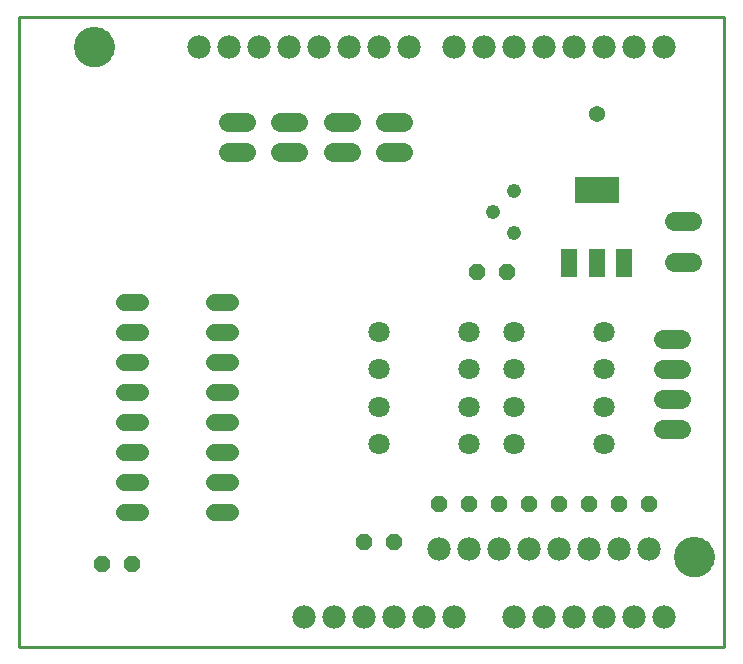
<source format=gts>
G75*
G70*
%OFA0B0*%
%FSLAX24Y24*%
%IPPOS*%
%LPD*%
%AMOC8*
5,1,8,0,0,1.08239X$1,22.5*
%
%ADD10C,0.0100*%
%ADD11C,0.0709*%
%ADD12C,0.0560*%
%ADD13C,0.0640*%
%ADD14C,0.0476*%
%ADD15C,0.0540*%
%ADD16R,0.0520X0.0920*%
%ADD17R,0.1457X0.0906*%
%ADD18OC8,0.0560*%
%ADD19C,0.0780*%
%ADD20C,0.0000*%
%ADD21C,0.1340*%
%ADD22C,0.0634*%
D10*
X006259Y000161D02*
X006259Y021157D01*
X029754Y021157D01*
X029754Y000161D01*
X006259Y000161D01*
D11*
X018259Y006911D03*
X018259Y008161D03*
X018259Y009411D03*
X018259Y010661D03*
X021259Y010661D03*
X022759Y010661D03*
X022759Y009411D03*
X021259Y009411D03*
X021259Y008161D03*
X022759Y008161D03*
X022759Y006911D03*
X021259Y006911D03*
X025759Y006911D03*
X025759Y008161D03*
X025759Y009411D03*
X025759Y010661D03*
D12*
X013269Y010661D02*
X012749Y010661D01*
X012749Y011661D02*
X013269Y011661D01*
X013269Y009661D02*
X012749Y009661D01*
X012749Y008661D02*
X013269Y008661D01*
X013269Y007661D02*
X012749Y007661D01*
X012749Y006661D02*
X013269Y006661D01*
X013269Y005661D02*
X012749Y005661D01*
X012749Y004661D02*
X013269Y004661D01*
X010269Y004661D02*
X009749Y004661D01*
X009749Y005661D02*
X010269Y005661D01*
X010269Y006661D02*
X009749Y006661D01*
X009749Y007661D02*
X010269Y007661D01*
X010269Y008661D02*
X009749Y008661D01*
X009749Y009661D02*
X010269Y009661D01*
X010269Y010661D02*
X009749Y010661D01*
X009749Y011661D02*
X010269Y011661D01*
D13*
X013209Y016661D02*
X013809Y016661D01*
X014959Y016661D02*
X015559Y016661D01*
X016709Y016661D02*
X017309Y016661D01*
X018459Y016661D02*
X019059Y016661D01*
X019059Y017661D02*
X018459Y017661D01*
X017309Y017661D02*
X016709Y017661D01*
X015559Y017661D02*
X014959Y017661D01*
X013809Y017661D02*
X013209Y017661D01*
X027709Y010411D02*
X028309Y010411D01*
X028309Y009411D02*
X027709Y009411D01*
X027709Y008411D02*
X028309Y008411D01*
X028309Y007411D02*
X027709Y007411D01*
D14*
X022759Y013961D03*
X022049Y014661D03*
X022759Y015361D03*
D15*
X025509Y017911D03*
D16*
X025509Y012941D03*
X026419Y012941D03*
X024599Y012941D03*
D17*
X025509Y015381D03*
D18*
X022509Y012661D03*
X021509Y012661D03*
X021259Y004911D03*
X022259Y004911D03*
X023259Y004911D03*
X024259Y004911D03*
X025259Y004911D03*
X026259Y004911D03*
X027259Y004911D03*
X020259Y004911D03*
X018759Y003661D03*
X017759Y003661D03*
X010009Y002911D03*
X009009Y002911D03*
D19*
X015759Y001161D03*
X016759Y001161D03*
X017759Y001161D03*
X018759Y001161D03*
X019759Y001161D03*
X020759Y001161D03*
X022759Y001161D03*
X023759Y001161D03*
X024759Y001161D03*
X025759Y001161D03*
X026759Y001161D03*
X027759Y001161D03*
X027259Y003411D03*
X026259Y003411D03*
X025259Y003411D03*
X024259Y003411D03*
X023259Y003411D03*
X022259Y003411D03*
X021259Y003411D03*
X020259Y003411D03*
X020759Y020161D03*
X021759Y020161D03*
X022759Y020161D03*
X023759Y020161D03*
X024759Y020161D03*
X025759Y020161D03*
X026759Y020161D03*
X027759Y020161D03*
X019259Y020161D03*
X018259Y020161D03*
X017259Y020161D03*
X016259Y020161D03*
X015259Y020161D03*
X014259Y020161D03*
X013259Y020161D03*
X012259Y020161D03*
D20*
X008109Y020161D02*
X008111Y020211D01*
X008117Y020261D01*
X008127Y020311D01*
X008140Y020359D01*
X008157Y020407D01*
X008178Y020453D01*
X008202Y020497D01*
X008230Y020539D01*
X008261Y020579D01*
X008295Y020616D01*
X008332Y020651D01*
X008371Y020682D01*
X008412Y020711D01*
X008456Y020736D01*
X008502Y020758D01*
X008549Y020776D01*
X008597Y020790D01*
X008646Y020801D01*
X008696Y020808D01*
X008746Y020811D01*
X008797Y020810D01*
X008847Y020805D01*
X008897Y020796D01*
X008945Y020784D01*
X008993Y020767D01*
X009039Y020747D01*
X009084Y020724D01*
X009127Y020697D01*
X009167Y020667D01*
X009205Y020634D01*
X009240Y020598D01*
X009273Y020559D01*
X009302Y020518D01*
X009328Y020475D01*
X009351Y020430D01*
X009370Y020383D01*
X009385Y020335D01*
X009397Y020286D01*
X009405Y020236D01*
X009409Y020186D01*
X009409Y020136D01*
X009405Y020086D01*
X009397Y020036D01*
X009385Y019987D01*
X009370Y019939D01*
X009351Y019892D01*
X009328Y019847D01*
X009302Y019804D01*
X009273Y019763D01*
X009240Y019724D01*
X009205Y019688D01*
X009167Y019655D01*
X009127Y019625D01*
X009084Y019598D01*
X009039Y019575D01*
X008993Y019555D01*
X008945Y019538D01*
X008897Y019526D01*
X008847Y019517D01*
X008797Y019512D01*
X008746Y019511D01*
X008696Y019514D01*
X008646Y019521D01*
X008597Y019532D01*
X008549Y019546D01*
X008502Y019564D01*
X008456Y019586D01*
X008412Y019611D01*
X008371Y019640D01*
X008332Y019671D01*
X008295Y019706D01*
X008261Y019743D01*
X008230Y019783D01*
X008202Y019825D01*
X008178Y019869D01*
X008157Y019915D01*
X008140Y019963D01*
X008127Y020011D01*
X008117Y020061D01*
X008111Y020111D01*
X008109Y020161D01*
X028109Y003161D02*
X028111Y003211D01*
X028117Y003261D01*
X028127Y003311D01*
X028140Y003359D01*
X028157Y003407D01*
X028178Y003453D01*
X028202Y003497D01*
X028230Y003539D01*
X028261Y003579D01*
X028295Y003616D01*
X028332Y003651D01*
X028371Y003682D01*
X028412Y003711D01*
X028456Y003736D01*
X028502Y003758D01*
X028549Y003776D01*
X028597Y003790D01*
X028646Y003801D01*
X028696Y003808D01*
X028746Y003811D01*
X028797Y003810D01*
X028847Y003805D01*
X028897Y003796D01*
X028945Y003784D01*
X028993Y003767D01*
X029039Y003747D01*
X029084Y003724D01*
X029127Y003697D01*
X029167Y003667D01*
X029205Y003634D01*
X029240Y003598D01*
X029273Y003559D01*
X029302Y003518D01*
X029328Y003475D01*
X029351Y003430D01*
X029370Y003383D01*
X029385Y003335D01*
X029397Y003286D01*
X029405Y003236D01*
X029409Y003186D01*
X029409Y003136D01*
X029405Y003086D01*
X029397Y003036D01*
X029385Y002987D01*
X029370Y002939D01*
X029351Y002892D01*
X029328Y002847D01*
X029302Y002804D01*
X029273Y002763D01*
X029240Y002724D01*
X029205Y002688D01*
X029167Y002655D01*
X029127Y002625D01*
X029084Y002598D01*
X029039Y002575D01*
X028993Y002555D01*
X028945Y002538D01*
X028897Y002526D01*
X028847Y002517D01*
X028797Y002512D01*
X028746Y002511D01*
X028696Y002514D01*
X028646Y002521D01*
X028597Y002532D01*
X028549Y002546D01*
X028502Y002564D01*
X028456Y002586D01*
X028412Y002611D01*
X028371Y002640D01*
X028332Y002671D01*
X028295Y002706D01*
X028261Y002743D01*
X028230Y002783D01*
X028202Y002825D01*
X028178Y002869D01*
X028157Y002915D01*
X028140Y002963D01*
X028127Y003011D01*
X028117Y003061D01*
X028111Y003111D01*
X028109Y003161D01*
D21*
X028759Y003161D03*
X008759Y020161D03*
D22*
X028087Y014350D02*
X028681Y014350D01*
X028681Y012972D02*
X028087Y012972D01*
M02*

</source>
